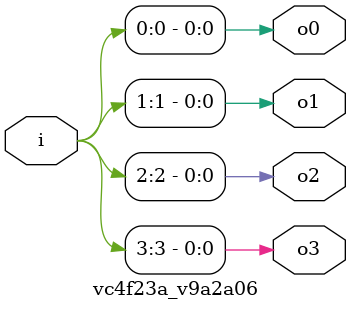
<source format=v>

`default_nettype none

module main #(
 parameter v2af3e8 = 4'hA,
 parameter v98e11a = 4'h5
) (
 input v17b894,
 input vf8383a,
 output v7b511e,
 output v6ef206,
 output [3:0] v1469d9,
 output v6898ff,
 output v1e39f8
);
 localparam p7 = v2af3e8;
 localparam p10 = v98e11a;
 wire w0;
 wire w1;
 wire w2;
 wire w3;
 wire w4;
 wire [0:3] w5;
 wire w6;
 wire [0:3] w8;
 wire [0:3] w9;
 assign v7b511e = w0;
 assign v6898ff = w1;
 assign w2 = v17b894;
 assign v6ef206 = w2;
 assign w3 = v17b894;
 assign v1e39f8 = w4;
 assign v1469d9 = w5;
 assign w6 = vf8383a;
 assign w3 = w2;
 vfebcfe v14f857 (
  .v9fb85f(w0)
 );
 v3676a0 vfc62fe (
  .vcbab45(w1),
  .v0e28cb(w3)
 );
 vd30ca9 vc19df4 (
  .v9fb85f(w4)
 );
 v9b9118 #(
  .vc5c8ea(p10)
 ) v7d370f (
  .v1ef182(w9)
 );
 v9b9118 #(
  .vc5c8ea(p7)
 ) v8f4039 (
  .v1ef182(w8)
 );
 v952eda v06ea2a (
  .v6833fd(w5),
  .v2d3366(w6),
  .ve2616d(w8),
  .v54ac99(w9)
 );
endmodule

//---- Top entity
module vfebcfe (
 output v9fb85f
);
 wire w0;
 assign v9fb85f = w0;
 vfebcfe_vb2eccd vb2eccd (
  .q(w0)
 );
endmodule

//---------------------------------------------------
//-- bit-1
//-- - - - - - - - - - - - - - - - - - - - - - - - --
//-- Constant bit 1
//---------------------------------------------------

module vfebcfe_vb2eccd (
 output q
);
 //-- Constant bit-1
 assign q = 1'b1;
 
 
endmodule
//---- Top entity
module v3676a0 (
 input v0e28cb,
 output vcbab45
);
 wire w0;
 wire w1;
 assign w0 = v0e28cb;
 assign vcbab45 = w1;
 v3676a0_vd54ca1 vd54ca1 (
  .a(w0),
  .q(w1)
 );
endmodule

//---------------------------------------------------
//-- NOT
//-- - - - - - - - - - - - - - - - - - - - - - - - --
//-- NOT gate (Verilog implementation)
//---------------------------------------------------

module v3676a0_vd54ca1 (
 input a,
 output q
);
 //-- NOT Gate
 assign q = ~a;
 
 
endmodule
//---- Top entity
module vd30ca9 (
 output v9fb85f
);
 wire w0;
 assign v9fb85f = w0;
 vd30ca9_vb2eccd vb2eccd (
  .q(w0)
 );
endmodule

//---------------------------------------------------
//-- bit-0
//-- - - - - - - - - - - - - - - - - - - - - - - - --
//-- Constant bit 0
//---------------------------------------------------

module vd30ca9_vb2eccd (
 output q
);
 //-- Constant bit-0
 assign q = 1'b0;
 
 
endmodule
//---- Top entity
module v9b9118 #(
 parameter vc5c8ea = 0
) (
 output [3:0] v1ef182
);
 localparam p0 = vc5c8ea;
 wire [0:3] w1;
 assign v1ef182 = w1;
 v9b9118_v465065 #(
  .VALUE(p0)
 ) v465065 (
  .k(w1)
 );
endmodule

//---------------------------------------------------
//-- 4-bits-gen-constant
//-- - - - - - - - - - - - - - - - - - - - - - - - --
//-- Generic: 4-bits generic constant (0-15)
//---------------------------------------------------

module v9b9118_v465065 #(
 parameter VALUE = 0
) (
 output [3:0] k
);
 assign k = VALUE;
endmodule
//---- Top entity
module v952eda (
 input [3:0] v54ac99,
 input [3:0] ve2616d,
 input v2d3366,
 output [3:0] v6833fd
);
 wire w0;
 wire w1;
 wire w2;
 wire [0:3] w3;
 wire w4;
 wire [0:3] w5;
 wire [0:3] w6;
 wire w7;
 wire w8;
 wire w9;
 wire w10;
 wire w11;
 wire w12;
 wire w13;
 wire w14;
 wire w15;
 wire w16;
 wire w17;
 wire w18;
 assign v6833fd = w3;
 assign w5 = ve2616d;
 assign w6 = v54ac99;
 assign w9 = v2d3366;
 assign w10 = v2d3366;
 assign w11 = v2d3366;
 assign w12 = v2d3366;
 assign w10 = w9;
 assign w11 = w9;
 assign w11 = w10;
 assign w12 = w9;
 assign w12 = w10;
 assign w12 = w11;
 vd0c4e5 v6d94c9 (
  .v030ad0(w0),
  .v2d3366(w11),
  .v27dec4(w15),
  .vb192d0(w17)
 );
 vd0c4e5 vebe465 (
  .v030ad0(w1),
  .v2d3366(w12),
  .v27dec4(w16),
  .vb192d0(w18)
 );
 vd0c4e5 ve1c21f (
  .v030ad0(w2),
  .v2d3366(w10),
  .v27dec4(w13),
  .vb192d0(w14)
 );
 v84f0a1 va44bdf (
  .vee8a83(w0),
  .v03aaf0(w1),
  .vf8041d(w2),
  .v11bca5(w3),
  .vd84a57(w4)
 );
 vd0c4e5 v2ebff3 (
  .v030ad0(w4),
  .v27dec4(w7),
  .vb192d0(w8),
  .v2d3366(w9)
 );
 vc4f23a v3c3a57 (
  .v985fcb(w5),
  .v4f1fd3(w8),
  .vda577d(w14),
  .v3f8943(w17),
  .v64d863(w18)
 );
 vc4f23a vd6d480 (
  .v985fcb(w6),
  .v4f1fd3(w7),
  .vda577d(w13),
  .v3f8943(w15),
  .v64d863(w16)
 );
endmodule

//---------------------------------------------------
//-- 4-bits-Mux-2-1
//-- - - - - - - - - - - - - - - - - - - - - - - - --
//-- 2-to-1 Multplexer (4-bit channels)
//---------------------------------------------------
//---- Top entity
module vd0c4e5 (
 input v27dec4,
 input vb192d0,
 input v2d3366,
 output v030ad0
);
 wire w0;
 wire w1;
 wire w2;
 wire w3;
 wire w4;
 wire w5;
 wire w6;
 wire w7;
 assign v030ad0 = w0;
 assign w2 = v2d3366;
 assign w3 = v2d3366;
 assign w6 = v27dec4;
 assign w7 = vb192d0;
 assign w3 = w2;
 v873425 vaaee1f (
  .vcbab45(w0),
  .v0e28cb(w1),
  .v3ca442(w4)
 );
 vba518e v569873 (
  .vcbab45(w1),
  .v3ca442(w2),
  .v0e28cb(w6)
 );
 v3676a0 v1f00ae (
  .v0e28cb(w3),
  .vcbab45(w5)
 );
 vba518e vc8527f (
  .vcbab45(w4),
  .v3ca442(w5),
  .v0e28cb(w7)
 );
endmodule

//---------------------------------------------------
//-- Mux-2-1
//-- - - - - - - - - - - - - - - - - - - - - - - - --
//-- 2-to-1 Multplexer (1-bit channels)
//---------------------------------------------------
//---- Top entity
module v873425 (
 input v0e28cb,
 input v3ca442,
 output vcbab45
);
 wire w0;
 wire w1;
 wire w2;
 assign w0 = v0e28cb;
 assign w1 = v3ca442;
 assign vcbab45 = w2;
 v873425_vf4938a vf4938a (
  .a(w0),
  .b(w1),
  .c(w2)
 );
endmodule

//---------------------------------------------------
//-- OR2
//-- - - - - - - - - - - - - - - - - - - - - - - - --
//-- OR2: Two bits input OR gate
//---------------------------------------------------

module v873425_vf4938a (
 input a,
 input b,
 output c
);
 //-- OR Gate
 //-- Verilog implementation
 
 assign c = a | b;
 
 
endmodule
//---- Top entity
module vba518e (
 input v0e28cb,
 input v3ca442,
 output vcbab45
);
 wire w0;
 wire w1;
 wire w2;
 assign w0 = v0e28cb;
 assign w1 = v3ca442;
 assign vcbab45 = w2;
 vba518e_vf4938a vf4938a (
  .a(w0),
  .b(w1),
  .c(w2)
 );
endmodule

//---------------------------------------------------
//-- AND2
//-- - - - - - - - - - - - - - - - - - - - - - - - --
//-- Two bits input And gate
//---------------------------------------------------

module vba518e_vf4938a (
 input a,
 input b,
 output c
);
 //-- AND gate
 //-- Verilog implementation
 
 assign c = a & b;
 
endmodule
//---- Top entity
module v84f0a1 (
 input vd84a57,
 input vf8041d,
 input vee8a83,
 input v03aaf0,
 output [3:0] v11bca5
);
 wire w0;
 wire w1;
 wire w2;
 wire w3;
 wire [0:3] w4;
 assign w0 = vee8a83;
 assign w1 = v03aaf0;
 assign w2 = vf8041d;
 assign w3 = vd84a57;
 assign v11bca5 = w4;
 v84f0a1_v9a2a06 v9a2a06 (
  .i1(w0),
  .i0(w1),
  .i2(w2),
  .i3(w3),
  .o(w4)
 );
endmodule

//---------------------------------------------------
//-- Bus4-Join-all
//-- - - - - - - - - - - - - - - - - - - - - - - - --
//-- Bus4-Join-all: Join all the wires into a 4-bits Bus
//---------------------------------------------------

module v84f0a1_v9a2a06 (
 input i3,
 input i2,
 input i1,
 input i0,
 output [3:0] o
);
 assign o = {i3, i2, i1, i0};
 
endmodule
//---- Top entity
module vc4f23a (
 input [3:0] v985fcb,
 output v4f1fd3,
 output vda577d,
 output v3f8943,
 output v64d863
);
 wire w0;
 wire w1;
 wire w2;
 wire w3;
 wire [0:3] w4;
 assign v3f8943 = w0;
 assign v64d863 = w1;
 assign vda577d = w2;
 assign v4f1fd3 = w3;
 assign w4 = v985fcb;
 vc4f23a_v9a2a06 v9a2a06 (
  .o1(w0),
  .o0(w1),
  .o2(w2),
  .o3(w3),
  .i(w4)
 );
endmodule

//---------------------------------------------------
//-- Bus4-Split-all
//-- - - - - - - - - - - - - - - - - - - - - - - - --
//-- Bus4-Split-all: Split the 4-bits bus into its wires
//---------------------------------------------------

module vc4f23a_v9a2a06 (
 input [3:0] i,
 output o3,
 output o2,
 output o1,
 output o0
);
 assign o3 = i[3];
 assign o2 = i[2];
 assign o1 = i[1];
 assign o0 = i[0];
endmodule

</source>
